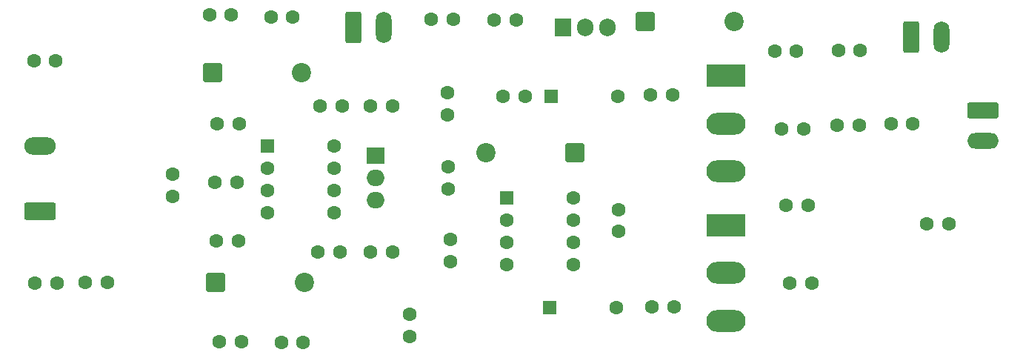
<source format=gbr>
%TF.GenerationSoftware,KiCad,Pcbnew,9.0.3*%
%TF.CreationDate,2025-10-25T15:11:56+05:30*%
%TF.ProjectId,Vicharak,56696368-6172-4616-9b2e-6b696361645f,rev?*%
%TF.SameCoordinates,Original*%
%TF.FileFunction,Soldermask,Bot*%
%TF.FilePolarity,Negative*%
%FSLAX46Y46*%
G04 Gerber Fmt 4.6, Leading zero omitted, Abs format (unit mm)*
G04 Created by KiCad (PCBNEW 9.0.3) date 2025-10-25 15:11:56*
%MOMM*%
%LPD*%
G01*
G04 APERTURE LIST*
G04 Aperture macros list*
%AMRoundRect*
0 Rectangle with rounded corners*
0 $1 Rounding radius*
0 $2 $3 $4 $5 $6 $7 $8 $9 X,Y pos of 4 corners*
0 Add a 4 corners polygon primitive as box body*
4,1,4,$2,$3,$4,$5,$6,$7,$8,$9,$2,$3,0*
0 Add four circle primitives for the rounded corners*
1,1,$1+$1,$2,$3*
1,1,$1+$1,$4,$5*
1,1,$1+$1,$6,$7*
1,1,$1+$1,$8,$9*
0 Add four rect primitives between the rounded corners*
20,1,$1+$1,$2,$3,$4,$5,0*
20,1,$1+$1,$4,$5,$6,$7,0*
20,1,$1+$1,$6,$7,$8,$9,0*
20,1,$1+$1,$8,$9,$2,$3,0*%
G04 Aperture macros list end*
%ADD10R,2.000000X1.905000*%
%ADD11O,2.000000X1.905000*%
%ADD12C,1.600000*%
%ADD13R,1.905000X2.000000*%
%ADD14O,1.905000X2.000000*%
%ADD15RoundRect,0.250000X1.550000X-0.750000X1.550000X0.750000X-1.550000X0.750000X-1.550000X-0.750000X0*%
%ADD16O,3.600000X2.000000*%
%ADD17RoundRect,0.250000X-0.550000X-0.550000X0.550000X-0.550000X0.550000X0.550000X-0.550000X0.550000X0*%
%ADD18RoundRect,0.249999X0.850001X0.850001X-0.850001X0.850001X-0.850001X-0.850001X0.850001X-0.850001X0*%
%ADD19C,2.200000*%
%ADD20RoundRect,0.249999X-0.850001X-0.850001X0.850001X-0.850001X0.850001X0.850001X-0.850001X0.850001X0*%
%ADD21R,4.500000X2.500000*%
%ADD22O,4.500000X2.500000*%
%ADD23RoundRect,0.250000X-0.650000X-1.550000X0.650000X-1.550000X0.650000X1.550000X-0.650000X1.550000X0*%
%ADD24O,1.800000X3.600000*%
%ADD25RoundRect,0.250000X-1.550000X0.650000X-1.550000X-0.650000X1.550000X-0.650000X1.550000X0.650000X0*%
%ADD26O,3.600000X1.800000*%
G04 APERTURE END LIST*
D10*
%TO.C,Q1*%
X53800000Y-74020000D03*
D11*
X53800000Y-76560000D03*
X53800000Y-79100000D03*
%TD*%
D12*
%TO.C,R6*%
X49745000Y-85050000D03*
X47205000Y-85050000D03*
%TD*%
%TO.C,R7*%
X62050000Y-77840000D03*
X62050000Y-75300000D03*
%TD*%
%TO.C,R_T1*%
X35605000Y-83790000D03*
X38145000Y-83790000D03*
%TD*%
%TO.C,R4*%
X14810000Y-88600000D03*
X17350000Y-88600000D03*
%TD*%
%TO.C,R1*%
X49940000Y-68350000D03*
X47400000Y-68350000D03*
%TD*%
%TO.C,C15*%
X67350000Y-58550000D03*
X69850000Y-58550000D03*
%TD*%
%TO.C,C_T1*%
X35450000Y-77150000D03*
X37950000Y-77150000D03*
%TD*%
%TO.C,C7*%
X35950000Y-95350000D03*
X38450000Y-95350000D03*
%TD*%
D13*
%TO.C,Q2*%
X75220000Y-59450000D03*
D14*
X77760000Y-59450000D03*
X80300000Y-59450000D03*
%TD*%
D12*
%TO.C,R10*%
X106505000Y-70600000D03*
X109045000Y-70600000D03*
%TD*%
%TO.C,C10*%
X100700000Y-79750000D03*
X103200000Y-79750000D03*
%TD*%
D15*
%TO.C,J1*%
X15450000Y-80450000D03*
D16*
X15450000Y-72950000D03*
%TD*%
D17*
%TO.C,D5*%
X73830000Y-67250000D03*
D12*
X81450000Y-67250000D03*
%TD*%
D18*
%TO.C,D4*%
X76550000Y-73700000D03*
D19*
X66390000Y-73700000D03*
%TD*%
D12*
%TO.C,C2*%
X34800000Y-58000000D03*
X37300000Y-58000000D03*
%TD*%
%TO.C,C8*%
X43000000Y-95400000D03*
X45500000Y-95400000D03*
%TD*%
D17*
%TO.C,D6*%
X73690000Y-91400000D03*
D12*
X81310000Y-91400000D03*
%TD*%
D20*
%TO.C,D1*%
X35140000Y-64550000D03*
D19*
X45300000Y-64550000D03*
%TD*%
D12*
%TO.C,C12*%
X100200000Y-71000000D03*
X102700000Y-71000000D03*
%TD*%
%TO.C,C13*%
X81600000Y-80200000D03*
X81600000Y-82700000D03*
%TD*%
%TO.C,R8*%
X53160000Y-68350000D03*
X55700000Y-68350000D03*
%TD*%
%TO.C,C19*%
X116800000Y-81850000D03*
X119300000Y-81850000D03*
%TD*%
D20*
%TO.C,D3*%
X35540000Y-88550000D03*
D19*
X45700000Y-88550000D03*
%TD*%
D12*
%TO.C,C14*%
X60150000Y-58450000D03*
X62650000Y-58450000D03*
%TD*%
D17*
%TO.C,U2*%
X41395000Y-72990000D03*
D12*
X41395000Y-75530000D03*
X41395000Y-78070000D03*
X41395000Y-80610000D03*
X49015000Y-80610000D03*
X49015000Y-78070000D03*
X49015000Y-75530000D03*
X49015000Y-72990000D03*
%TD*%
%TO.C,C4*%
X14750000Y-63250000D03*
X17250000Y-63250000D03*
%TD*%
%TO.C,R11*%
X85210000Y-67100000D03*
X87750000Y-67100000D03*
%TD*%
%TO.C,C16*%
X99400000Y-62150000D03*
X101900000Y-62150000D03*
%TD*%
D21*
%TO.C,Q4*%
X93850000Y-82000000D03*
D22*
X93850000Y-87450000D03*
X93850000Y-92900000D03*
%TD*%
D12*
%TO.C,R12*%
X85405000Y-91350000D03*
X87945000Y-91350000D03*
%TD*%
%TO.C,R3*%
X20610000Y-88550000D03*
X23150000Y-88550000D03*
%TD*%
%TO.C,C6*%
X62000000Y-69400000D03*
X62000000Y-66900000D03*
%TD*%
%TO.C,C5*%
X62300000Y-86150000D03*
X62300000Y-83650000D03*
%TD*%
%TO.C,C18*%
X112700000Y-70450000D03*
X115200000Y-70450000D03*
%TD*%
D20*
%TO.C,D2*%
X84640000Y-58750000D03*
D19*
X94800000Y-58750000D03*
%TD*%
D12*
%TO.C,C1*%
X41850000Y-58200000D03*
X44350000Y-58200000D03*
%TD*%
D21*
%TO.C,Q3*%
X93850000Y-64950000D03*
D22*
X93850000Y-70400000D03*
X93850000Y-75850000D03*
%TD*%
D23*
%TO.C,J2*%
X51250000Y-59450000D03*
D24*
X54750000Y-59450000D03*
%TD*%
D12*
%TO.C,R5*%
X53160000Y-85050000D03*
X55700000Y-85050000D03*
%TD*%
%TO.C,R9*%
X68355000Y-67300000D03*
X70895000Y-67300000D03*
%TD*%
%TO.C,C17*%
X106700000Y-62050000D03*
X109200000Y-62050000D03*
%TD*%
%TO.C,C11*%
X101150000Y-88650000D03*
X103650000Y-88650000D03*
%TD*%
%TO.C,C9*%
X57650000Y-94700000D03*
X57650000Y-92200000D03*
%TD*%
D23*
%TO.C,J3*%
X115000000Y-60550000D03*
D24*
X118500000Y-60550000D03*
%TD*%
D12*
%TO.C,R_T2*%
X35705000Y-70450000D03*
X38245000Y-70450000D03*
%TD*%
%TO.C,R_T3*%
X30550000Y-78695000D03*
X30550000Y-76155000D03*
%TD*%
D25*
%TO.C,J4*%
X123250000Y-68900000D03*
D26*
X123250000Y-72400000D03*
%TD*%
D17*
%TO.C,U3*%
X68800000Y-78920000D03*
D12*
X68800000Y-81460000D03*
X68800000Y-84000000D03*
X68800000Y-86540000D03*
X76420000Y-86540000D03*
X76420000Y-84000000D03*
X76420000Y-81460000D03*
X76420000Y-78920000D03*
%TD*%
M02*

</source>
